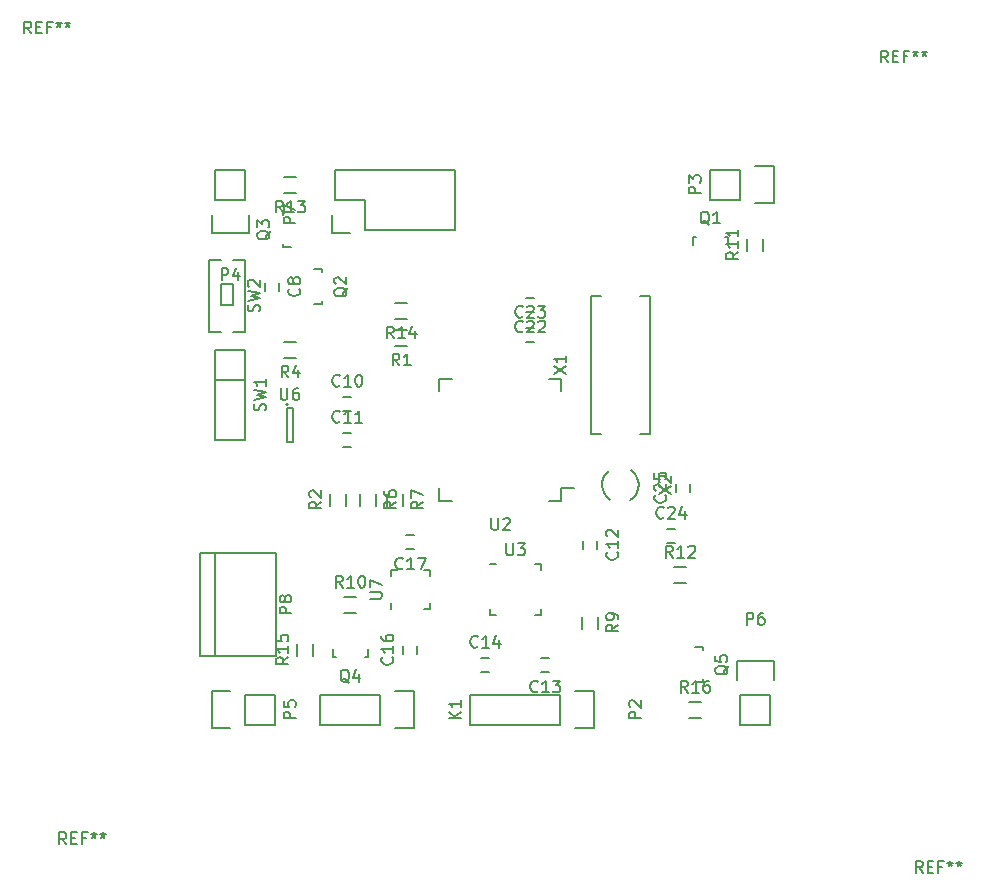
<source format=gto>
G04 #@! TF.FileFunction,Legend,Top*
%FSLAX46Y46*%
G04 Gerber Fmt 4.6, Leading zero omitted, Abs format (unit mm)*
G04 Created by KiCad (PCBNEW 4.0.2+dfsg1-stable) date 2016年07月17日 星期日 15时22分32秒*
%MOMM*%
G01*
G04 APERTURE LIST*
%ADD10C,0.100000*%
%ADD11C,0.150000*%
G04 APERTURE END LIST*
D10*
D11*
X118202000Y-79710800D02*
X118202000Y-80410800D01*
X117002000Y-80410800D02*
X117002000Y-79710800D01*
X123602000Y-89366800D02*
X124302000Y-89366800D01*
X124302000Y-90566800D02*
X123602000Y-90566800D01*
X123602000Y-92414800D02*
X124302000Y-92414800D01*
X124302000Y-93614800D02*
X123602000Y-93614800D01*
X145126000Y-101554800D02*
X145126000Y-102254800D01*
X143926000Y-102254800D02*
X143926000Y-101554800D01*
X141066000Y-112664800D02*
X140366000Y-112664800D01*
X140366000Y-111464800D02*
X141066000Y-111464800D01*
X135286000Y-111464800D02*
X135986000Y-111464800D01*
X135986000Y-112664800D02*
X135286000Y-112664800D01*
X128686000Y-111144800D02*
X128686000Y-110444800D01*
X129886000Y-110444800D02*
X129886000Y-111144800D01*
X129636000Y-102250800D02*
X128936000Y-102250800D01*
X128936000Y-101050800D02*
X129636000Y-101050800D01*
X139796000Y-82184800D02*
X139096000Y-82184800D01*
X139096000Y-80984800D02*
X139796000Y-80984800D01*
X139096000Y-83524800D02*
X139796000Y-83524800D01*
X139796000Y-84724800D02*
X139096000Y-84724800D01*
X151034000Y-100542800D02*
X151734000Y-100542800D01*
X151734000Y-101742800D02*
X151034000Y-101742800D01*
X151800000Y-97428800D02*
X151800000Y-96728800D01*
X153000000Y-96728800D02*
X153000000Y-97428800D01*
X141986000Y-114604800D02*
X134366000Y-114604800D01*
X141986000Y-117144800D02*
X134366000Y-117144800D01*
X144806000Y-117424800D02*
X143256000Y-117424800D01*
X134366000Y-114604800D02*
X134366000Y-117144800D01*
X141986000Y-117144800D02*
X141986000Y-114604800D01*
X143256000Y-114324800D02*
X144806000Y-114324800D01*
X144806000Y-114324800D02*
X144806000Y-117424800D01*
X157226000Y-72694800D02*
X154686000Y-72694800D01*
X160046000Y-72974800D02*
X158496000Y-72974800D01*
X157226000Y-72694800D02*
X157226000Y-70154800D01*
X158496000Y-69874800D02*
X160046000Y-69874800D01*
X160046000Y-69874800D02*
X160046000Y-72974800D01*
X157226000Y-70154800D02*
X154686000Y-70154800D01*
X154686000Y-70154800D02*
X154686000Y-72694800D01*
X112776000Y-72694800D02*
X112776000Y-70154800D01*
X112496000Y-75514800D02*
X112496000Y-73964800D01*
X112776000Y-72694800D02*
X115316000Y-72694800D01*
X115596000Y-73964800D02*
X115596000Y-75514800D01*
X115596000Y-75514800D02*
X112496000Y-75514800D01*
X115316000Y-72694800D02*
X115316000Y-70154800D01*
X115316000Y-70154800D02*
X112776000Y-70154800D01*
X115316000Y-114604800D02*
X117856000Y-114604800D01*
X112496000Y-114324800D02*
X114046000Y-114324800D01*
X115316000Y-114604800D02*
X115316000Y-117144800D01*
X114046000Y-117424800D02*
X112496000Y-117424800D01*
X112496000Y-117424800D02*
X112496000Y-114324800D01*
X115316000Y-117144800D02*
X117856000Y-117144800D01*
X117856000Y-117144800D02*
X117856000Y-114604800D01*
X159766000Y-114604800D02*
X159766000Y-117144800D01*
X160046000Y-111784800D02*
X160046000Y-113334800D01*
X159766000Y-114604800D02*
X157226000Y-114604800D01*
X156946000Y-113334800D02*
X156946000Y-111784800D01*
X156946000Y-111784800D02*
X160046000Y-111784800D01*
X157226000Y-114604800D02*
X157226000Y-117144800D01*
X157226000Y-117144800D02*
X159766000Y-117144800D01*
X155985160Y-75854560D02*
X155936900Y-75854560D01*
X153186180Y-76555600D02*
X153186180Y-75854560D01*
X153186180Y-75854560D02*
X153435100Y-75854560D01*
X155985160Y-75854560D02*
X156185820Y-75854560D01*
X156185820Y-75854560D02*
X156185820Y-76555600D01*
X121808240Y-81359960D02*
X121808240Y-81311700D01*
X121107200Y-78560980D02*
X121808240Y-78560980D01*
X121808240Y-78560980D02*
X121808240Y-78809900D01*
X121808240Y-81359960D02*
X121808240Y-81560620D01*
X121808240Y-81560620D02*
X121107200Y-81560620D01*
X118475760Y-73935640D02*
X118475760Y-73983900D01*
X119176800Y-76734620D02*
X118475760Y-76734620D01*
X118475760Y-76734620D02*
X118475760Y-76485700D01*
X118475760Y-73935640D02*
X118475760Y-73734980D01*
X118475760Y-73734980D02*
X119176800Y-73734980D01*
X122906840Y-111445040D02*
X122955100Y-111445040D01*
X125705820Y-110744000D02*
X125705820Y-111445040D01*
X125705820Y-111445040D02*
X125456900Y-111445040D01*
X122906840Y-111445040D02*
X122706180Y-111445040D01*
X122706180Y-111445040D02*
X122706180Y-110744000D01*
X154066240Y-113363960D02*
X154066240Y-113315700D01*
X153365200Y-110564980D02*
X154066240Y-110564980D01*
X154066240Y-110564980D02*
X154066240Y-110813900D01*
X154066240Y-113363960D02*
X154066240Y-113564620D01*
X154066240Y-113564620D02*
X153365200Y-113564620D01*
X128024000Y-83703800D02*
X129024000Y-83703800D01*
X129024000Y-85053800D02*
X128024000Y-85053800D01*
X123865000Y-97594800D02*
X123865000Y-98594800D01*
X122515000Y-98594800D02*
X122515000Y-97594800D01*
X118626000Y-84719800D02*
X119626000Y-84719800D01*
X119626000Y-86069800D02*
X118626000Y-86069800D01*
X125055000Y-98594800D02*
X125055000Y-97594800D01*
X126405000Y-97594800D02*
X126405000Y-98594800D01*
X127341000Y-98594800D02*
X127341000Y-97594800D01*
X128691000Y-97594800D02*
X128691000Y-98594800D01*
X143851000Y-109008800D02*
X143851000Y-108008800D01*
X145201000Y-108008800D02*
X145201000Y-109008800D01*
X124706000Y-107659800D02*
X123706000Y-107659800D01*
X123706000Y-106309800D02*
X124706000Y-106309800D01*
X159171000Y-76004800D02*
X159171000Y-77004800D01*
X157821000Y-77004800D02*
X157821000Y-76004800D01*
X152646000Y-105119800D02*
X151646000Y-105119800D01*
X151646000Y-103769800D02*
X152646000Y-103769800D01*
X118626000Y-70749800D02*
X119626000Y-70749800D01*
X119626000Y-72099800D02*
X118626000Y-72099800D01*
X128024000Y-81417800D02*
X129024000Y-81417800D01*
X129024000Y-82767800D02*
X128024000Y-82767800D01*
X121071000Y-110294800D02*
X121071000Y-111294800D01*
X119721000Y-111294800D02*
X119721000Y-110294800D01*
X153916000Y-116549800D02*
X152916000Y-116549800D01*
X152916000Y-115199800D02*
X153916000Y-115199800D01*
X142081000Y-98189800D02*
X142081000Y-97114800D01*
X131731000Y-98189800D02*
X131731000Y-97114800D01*
X131731000Y-87839800D02*
X131731000Y-88914800D01*
X142081000Y-87839800D02*
X142081000Y-88914800D01*
X142081000Y-98189800D02*
X141006000Y-98189800D01*
X142081000Y-87839800D02*
X141006000Y-87839800D01*
X131731000Y-87839800D02*
X132806000Y-87839800D01*
X131731000Y-98189800D02*
X132806000Y-98189800D01*
X142081000Y-97114800D02*
X143106000Y-97114800D01*
X140326000Y-103564800D02*
X140326000Y-104089800D01*
X136026000Y-107864800D02*
X136026000Y-107339800D01*
X140326000Y-107864800D02*
X140326000Y-107339800D01*
X136026000Y-103564800D02*
X136551000Y-103564800D01*
X136026000Y-107864800D02*
X136551000Y-107864800D01*
X140326000Y-107864800D02*
X139801000Y-107864800D01*
X140326000Y-103564800D02*
X139801000Y-103564800D01*
X118926000Y-90044800D02*
G75*
G03X118926000Y-90044800I-100000J0D01*
G01*
X119376000Y-90294800D02*
X118876000Y-90294800D01*
X119376000Y-93194800D02*
X119376000Y-90294800D01*
X118876000Y-93194800D02*
X119376000Y-93194800D01*
X118876000Y-90294800D02*
X118876000Y-93194800D01*
X127661000Y-104089800D02*
X128161000Y-104089800D01*
X130911000Y-107339800D02*
X130411000Y-107339800D01*
X130911000Y-104089800D02*
X130411000Y-104089800D01*
X127661000Y-107339800D02*
X127661000Y-106839800D01*
X130911000Y-107339800D02*
X130911000Y-106839800D01*
X130911000Y-104089800D02*
X130911000Y-104589800D01*
X127661000Y-104089800D02*
X127661000Y-104589800D01*
X149565360Y-92514420D02*
X149565360Y-80815180D01*
X144566640Y-80815180D02*
X144566640Y-92514420D01*
X149565360Y-80815180D02*
X148717000Y-80815180D01*
X144566640Y-80815180D02*
X145415000Y-80815180D01*
X149565360Y-92514420D02*
X148717000Y-92514420D01*
X144566640Y-92514420D02*
X145415000Y-92514420D01*
X146166840Y-98125280D02*
X145915380Y-97873820D01*
X145915380Y-97873820D02*
X145666460Y-97525840D01*
X145666460Y-97525840D02*
X145516600Y-96974660D01*
X145516600Y-96974660D02*
X145516600Y-96575880D01*
X145516600Y-96575880D02*
X145717260Y-96075500D01*
X145717260Y-96075500D02*
X146065240Y-95674180D01*
X147916900Y-98125280D02*
X148115020Y-97975420D01*
X148115020Y-97975420D02*
X148366480Y-97675700D01*
X148366480Y-97675700D02*
X148567140Y-97223580D01*
X148567140Y-97223580D02*
X148615400Y-96774000D01*
X148615400Y-96774000D02*
X148516340Y-96273620D01*
X148516340Y-96273620D02*
X148315680Y-95925640D01*
X148315680Y-95925640D02*
X147965160Y-95575120D01*
X126746000Y-114604800D02*
X121666000Y-114604800D01*
X121666000Y-114604800D02*
X121666000Y-117144800D01*
X121666000Y-117144800D02*
X126746000Y-117144800D01*
X129566000Y-117424800D02*
X128016000Y-117424800D01*
X126746000Y-117144800D02*
X126746000Y-114604800D01*
X128016000Y-114324800D02*
X129566000Y-114324800D01*
X129566000Y-114324800D02*
X129566000Y-117424800D01*
X113792000Y-79806800D02*
X114300000Y-79806800D01*
X114300000Y-79806800D02*
X114300000Y-81584800D01*
X114300000Y-81584800D02*
X113284000Y-81584800D01*
X113284000Y-81584800D02*
X113284000Y-79806800D01*
X113284000Y-79806800D02*
X113792000Y-79806800D01*
X113284000Y-83870800D02*
X112268000Y-83870800D01*
X112268000Y-83870800D02*
X112268000Y-77774800D01*
X112268000Y-77774800D02*
X113284000Y-77774800D01*
X114300000Y-77774800D02*
X115316000Y-77774800D01*
X115316000Y-77774800D02*
X115316000Y-83616800D01*
X115316000Y-83616800D02*
X115316000Y-83870800D01*
X115316000Y-83870800D02*
X114300000Y-83870800D01*
X112776000Y-85394800D02*
X115316000Y-85394800D01*
X115316000Y-85394800D02*
X115316000Y-93014800D01*
X115316000Y-93014800D02*
X112776000Y-93014800D01*
X112776000Y-93014800D02*
X112776000Y-85394800D01*
X115316000Y-87934800D02*
X112776000Y-87934800D01*
X125476000Y-75234800D02*
X133096000Y-75234800D01*
X133096000Y-75234800D02*
X133096000Y-70154800D01*
X133096000Y-70154800D02*
X122936000Y-70154800D01*
X122936000Y-70154800D02*
X122936000Y-72694800D01*
X122656000Y-73964800D02*
X122656000Y-75514800D01*
X122936000Y-72694800D02*
X125476000Y-72694800D01*
X125476000Y-72694800D02*
X125476000Y-75234800D01*
X122656000Y-75514800D02*
X124206000Y-75514800D01*
X111498540Y-102633900D02*
X111498540Y-111333900D01*
X117903540Y-102633900D02*
X117903540Y-111333900D01*
X117903540Y-111333900D02*
X111498540Y-111333900D01*
X112728540Y-111333900D02*
X112728540Y-102633900D01*
X111498540Y-102633900D02*
X117903540Y-102633900D01*
X172669367Y-129687581D02*
X172336033Y-129211390D01*
X172097938Y-129687581D02*
X172097938Y-128687581D01*
X172478891Y-128687581D01*
X172574129Y-128735200D01*
X172621748Y-128782819D01*
X172669367Y-128878057D01*
X172669367Y-129020914D01*
X172621748Y-129116152D01*
X172574129Y-129163771D01*
X172478891Y-129211390D01*
X172097938Y-129211390D01*
X173097938Y-129163771D02*
X173431272Y-129163771D01*
X173574129Y-129687581D02*
X173097938Y-129687581D01*
X173097938Y-128687581D01*
X173574129Y-128687581D01*
X174336034Y-129163771D02*
X174002700Y-129163771D01*
X174002700Y-129687581D02*
X174002700Y-128687581D01*
X174478891Y-128687581D01*
X175002700Y-128687581D02*
X175002700Y-128925676D01*
X174764605Y-128830438D02*
X175002700Y-128925676D01*
X175240796Y-128830438D01*
X174859843Y-129116152D02*
X175002700Y-128925676D01*
X175145558Y-129116152D01*
X175764605Y-128687581D02*
X175764605Y-128925676D01*
X175526510Y-128830438D02*
X175764605Y-128925676D01*
X176002701Y-128830438D01*
X175621748Y-129116152D02*
X175764605Y-128925676D01*
X175907463Y-129116152D01*
X100152367Y-127274581D02*
X99819033Y-126798390D01*
X99580938Y-127274581D02*
X99580938Y-126274581D01*
X99961891Y-126274581D01*
X100057129Y-126322200D01*
X100104748Y-126369819D01*
X100152367Y-126465057D01*
X100152367Y-126607914D01*
X100104748Y-126703152D01*
X100057129Y-126750771D01*
X99961891Y-126798390D01*
X99580938Y-126798390D01*
X100580938Y-126750771D02*
X100914272Y-126750771D01*
X101057129Y-127274581D02*
X100580938Y-127274581D01*
X100580938Y-126274581D01*
X101057129Y-126274581D01*
X101819034Y-126750771D02*
X101485700Y-126750771D01*
X101485700Y-127274581D02*
X101485700Y-126274581D01*
X101961891Y-126274581D01*
X102485700Y-126274581D02*
X102485700Y-126512676D01*
X102247605Y-126417438D02*
X102485700Y-126512676D01*
X102723796Y-126417438D01*
X102342843Y-126703152D02*
X102485700Y-126512676D01*
X102628558Y-126703152D01*
X103247605Y-126274581D02*
X103247605Y-126512676D01*
X103009510Y-126417438D02*
X103247605Y-126512676D01*
X103485701Y-126417438D01*
X103104748Y-126703152D02*
X103247605Y-126512676D01*
X103390463Y-126703152D01*
X169710267Y-61082181D02*
X169376933Y-60605990D01*
X169138838Y-61082181D02*
X169138838Y-60082181D01*
X169519791Y-60082181D01*
X169615029Y-60129800D01*
X169662648Y-60177419D01*
X169710267Y-60272657D01*
X169710267Y-60415514D01*
X169662648Y-60510752D01*
X169615029Y-60558371D01*
X169519791Y-60605990D01*
X169138838Y-60605990D01*
X170138838Y-60558371D02*
X170472172Y-60558371D01*
X170615029Y-61082181D02*
X170138838Y-61082181D01*
X170138838Y-60082181D01*
X170615029Y-60082181D01*
X171376934Y-60558371D02*
X171043600Y-60558371D01*
X171043600Y-61082181D02*
X171043600Y-60082181D01*
X171519791Y-60082181D01*
X172043600Y-60082181D02*
X172043600Y-60320276D01*
X171805505Y-60225038D02*
X172043600Y-60320276D01*
X172281696Y-60225038D01*
X171900743Y-60510752D02*
X172043600Y-60320276D01*
X172186458Y-60510752D01*
X172805505Y-60082181D02*
X172805505Y-60320276D01*
X172567410Y-60225038D02*
X172805505Y-60320276D01*
X173043601Y-60225038D01*
X172662648Y-60510752D02*
X172805505Y-60320276D01*
X172948363Y-60510752D01*
X119859143Y-80227466D02*
X119906762Y-80275085D01*
X119954381Y-80417942D01*
X119954381Y-80513180D01*
X119906762Y-80656038D01*
X119811524Y-80751276D01*
X119716286Y-80798895D01*
X119525810Y-80846514D01*
X119382952Y-80846514D01*
X119192476Y-80798895D01*
X119097238Y-80751276D01*
X119002000Y-80656038D01*
X118954381Y-80513180D01*
X118954381Y-80417942D01*
X119002000Y-80275085D01*
X119049619Y-80227466D01*
X119382952Y-79656038D02*
X119335333Y-79751276D01*
X119287714Y-79798895D01*
X119192476Y-79846514D01*
X119144857Y-79846514D01*
X119049619Y-79798895D01*
X119002000Y-79751276D01*
X118954381Y-79656038D01*
X118954381Y-79465561D01*
X119002000Y-79370323D01*
X119049619Y-79322704D01*
X119144857Y-79275085D01*
X119192476Y-79275085D01*
X119287714Y-79322704D01*
X119335333Y-79370323D01*
X119382952Y-79465561D01*
X119382952Y-79656038D01*
X119430571Y-79751276D01*
X119478190Y-79798895D01*
X119573429Y-79846514D01*
X119763905Y-79846514D01*
X119859143Y-79798895D01*
X119906762Y-79751276D01*
X119954381Y-79656038D01*
X119954381Y-79465561D01*
X119906762Y-79370323D01*
X119859143Y-79322704D01*
X119763905Y-79275085D01*
X119573429Y-79275085D01*
X119478190Y-79322704D01*
X119430571Y-79370323D01*
X119382952Y-79465561D01*
X123309143Y-88423943D02*
X123261524Y-88471562D01*
X123118667Y-88519181D01*
X123023429Y-88519181D01*
X122880571Y-88471562D01*
X122785333Y-88376324D01*
X122737714Y-88281086D01*
X122690095Y-88090610D01*
X122690095Y-87947752D01*
X122737714Y-87757276D01*
X122785333Y-87662038D01*
X122880571Y-87566800D01*
X123023429Y-87519181D01*
X123118667Y-87519181D01*
X123261524Y-87566800D01*
X123309143Y-87614419D01*
X124261524Y-88519181D02*
X123690095Y-88519181D01*
X123975809Y-88519181D02*
X123975809Y-87519181D01*
X123880571Y-87662038D01*
X123785333Y-87757276D01*
X123690095Y-87804895D01*
X124880571Y-87519181D02*
X124975810Y-87519181D01*
X125071048Y-87566800D01*
X125118667Y-87614419D01*
X125166286Y-87709657D01*
X125213905Y-87900133D01*
X125213905Y-88138229D01*
X125166286Y-88328705D01*
X125118667Y-88423943D01*
X125071048Y-88471562D01*
X124975810Y-88519181D01*
X124880571Y-88519181D01*
X124785333Y-88471562D01*
X124737714Y-88423943D01*
X124690095Y-88328705D01*
X124642476Y-88138229D01*
X124642476Y-87900133D01*
X124690095Y-87709657D01*
X124737714Y-87614419D01*
X124785333Y-87566800D01*
X124880571Y-87519181D01*
X123309143Y-91471943D02*
X123261524Y-91519562D01*
X123118667Y-91567181D01*
X123023429Y-91567181D01*
X122880571Y-91519562D01*
X122785333Y-91424324D01*
X122737714Y-91329086D01*
X122690095Y-91138610D01*
X122690095Y-90995752D01*
X122737714Y-90805276D01*
X122785333Y-90710038D01*
X122880571Y-90614800D01*
X123023429Y-90567181D01*
X123118667Y-90567181D01*
X123261524Y-90614800D01*
X123309143Y-90662419D01*
X124261524Y-91567181D02*
X123690095Y-91567181D01*
X123975809Y-91567181D02*
X123975809Y-90567181D01*
X123880571Y-90710038D01*
X123785333Y-90805276D01*
X123690095Y-90852895D01*
X125213905Y-91567181D02*
X124642476Y-91567181D01*
X124928190Y-91567181D02*
X124928190Y-90567181D01*
X124832952Y-90710038D01*
X124737714Y-90805276D01*
X124642476Y-90852895D01*
X146783143Y-102547657D02*
X146830762Y-102595276D01*
X146878381Y-102738133D01*
X146878381Y-102833371D01*
X146830762Y-102976229D01*
X146735524Y-103071467D01*
X146640286Y-103119086D01*
X146449810Y-103166705D01*
X146306952Y-103166705D01*
X146116476Y-103119086D01*
X146021238Y-103071467D01*
X145926000Y-102976229D01*
X145878381Y-102833371D01*
X145878381Y-102738133D01*
X145926000Y-102595276D01*
X145973619Y-102547657D01*
X146878381Y-101595276D02*
X146878381Y-102166705D01*
X146878381Y-101880991D02*
X145878381Y-101880991D01*
X146021238Y-101976229D01*
X146116476Y-102071467D01*
X146164095Y-102166705D01*
X145973619Y-101214324D02*
X145926000Y-101166705D01*
X145878381Y-101071467D01*
X145878381Y-100833371D01*
X145926000Y-100738133D01*
X145973619Y-100690514D01*
X146068857Y-100642895D01*
X146164095Y-100642895D01*
X146306952Y-100690514D01*
X146878381Y-101261943D01*
X146878381Y-100642895D01*
X140073143Y-114321943D02*
X140025524Y-114369562D01*
X139882667Y-114417181D01*
X139787429Y-114417181D01*
X139644571Y-114369562D01*
X139549333Y-114274324D01*
X139501714Y-114179086D01*
X139454095Y-113988610D01*
X139454095Y-113845752D01*
X139501714Y-113655276D01*
X139549333Y-113560038D01*
X139644571Y-113464800D01*
X139787429Y-113417181D01*
X139882667Y-113417181D01*
X140025524Y-113464800D01*
X140073143Y-113512419D01*
X141025524Y-114417181D02*
X140454095Y-114417181D01*
X140739809Y-114417181D02*
X140739809Y-113417181D01*
X140644571Y-113560038D01*
X140549333Y-113655276D01*
X140454095Y-113702895D01*
X141358857Y-113417181D02*
X141977905Y-113417181D01*
X141644571Y-113798133D01*
X141787429Y-113798133D01*
X141882667Y-113845752D01*
X141930286Y-113893371D01*
X141977905Y-113988610D01*
X141977905Y-114226705D01*
X141930286Y-114321943D01*
X141882667Y-114369562D01*
X141787429Y-114417181D01*
X141501714Y-114417181D01*
X141406476Y-114369562D01*
X141358857Y-114321943D01*
X134993143Y-110521943D02*
X134945524Y-110569562D01*
X134802667Y-110617181D01*
X134707429Y-110617181D01*
X134564571Y-110569562D01*
X134469333Y-110474324D01*
X134421714Y-110379086D01*
X134374095Y-110188610D01*
X134374095Y-110045752D01*
X134421714Y-109855276D01*
X134469333Y-109760038D01*
X134564571Y-109664800D01*
X134707429Y-109617181D01*
X134802667Y-109617181D01*
X134945524Y-109664800D01*
X134993143Y-109712419D01*
X135945524Y-110617181D02*
X135374095Y-110617181D01*
X135659809Y-110617181D02*
X135659809Y-109617181D01*
X135564571Y-109760038D01*
X135469333Y-109855276D01*
X135374095Y-109902895D01*
X136802667Y-109950514D02*
X136802667Y-110617181D01*
X136564571Y-109569562D02*
X136326476Y-110283848D01*
X136945524Y-110283848D01*
X127743143Y-111437657D02*
X127790762Y-111485276D01*
X127838381Y-111628133D01*
X127838381Y-111723371D01*
X127790762Y-111866229D01*
X127695524Y-111961467D01*
X127600286Y-112009086D01*
X127409810Y-112056705D01*
X127266952Y-112056705D01*
X127076476Y-112009086D01*
X126981238Y-111961467D01*
X126886000Y-111866229D01*
X126838381Y-111723371D01*
X126838381Y-111628133D01*
X126886000Y-111485276D01*
X126933619Y-111437657D01*
X127838381Y-110485276D02*
X127838381Y-111056705D01*
X127838381Y-110770991D02*
X126838381Y-110770991D01*
X126981238Y-110866229D01*
X127076476Y-110961467D01*
X127124095Y-111056705D01*
X126838381Y-109628133D02*
X126838381Y-109818610D01*
X126886000Y-109913848D01*
X126933619Y-109961467D01*
X127076476Y-110056705D01*
X127266952Y-110104324D01*
X127647905Y-110104324D01*
X127743143Y-110056705D01*
X127790762Y-110009086D01*
X127838381Y-109913848D01*
X127838381Y-109723371D01*
X127790762Y-109628133D01*
X127743143Y-109580514D01*
X127647905Y-109532895D01*
X127409810Y-109532895D01*
X127314571Y-109580514D01*
X127266952Y-109628133D01*
X127219333Y-109723371D01*
X127219333Y-109913848D01*
X127266952Y-110009086D01*
X127314571Y-110056705D01*
X127409810Y-110104324D01*
X128643143Y-103907943D02*
X128595524Y-103955562D01*
X128452667Y-104003181D01*
X128357429Y-104003181D01*
X128214571Y-103955562D01*
X128119333Y-103860324D01*
X128071714Y-103765086D01*
X128024095Y-103574610D01*
X128024095Y-103431752D01*
X128071714Y-103241276D01*
X128119333Y-103146038D01*
X128214571Y-103050800D01*
X128357429Y-103003181D01*
X128452667Y-103003181D01*
X128595524Y-103050800D01*
X128643143Y-103098419D01*
X129595524Y-104003181D02*
X129024095Y-104003181D01*
X129309809Y-104003181D02*
X129309809Y-103003181D01*
X129214571Y-103146038D01*
X129119333Y-103241276D01*
X129024095Y-103288895D01*
X129928857Y-103003181D02*
X130595524Y-103003181D01*
X130166952Y-104003181D01*
X138803143Y-83841943D02*
X138755524Y-83889562D01*
X138612667Y-83937181D01*
X138517429Y-83937181D01*
X138374571Y-83889562D01*
X138279333Y-83794324D01*
X138231714Y-83699086D01*
X138184095Y-83508610D01*
X138184095Y-83365752D01*
X138231714Y-83175276D01*
X138279333Y-83080038D01*
X138374571Y-82984800D01*
X138517429Y-82937181D01*
X138612667Y-82937181D01*
X138755524Y-82984800D01*
X138803143Y-83032419D01*
X139184095Y-83032419D02*
X139231714Y-82984800D01*
X139326952Y-82937181D01*
X139565048Y-82937181D01*
X139660286Y-82984800D01*
X139707905Y-83032419D01*
X139755524Y-83127657D01*
X139755524Y-83222895D01*
X139707905Y-83365752D01*
X139136476Y-83937181D01*
X139755524Y-83937181D01*
X140136476Y-83032419D02*
X140184095Y-82984800D01*
X140279333Y-82937181D01*
X140517429Y-82937181D01*
X140612667Y-82984800D01*
X140660286Y-83032419D01*
X140707905Y-83127657D01*
X140707905Y-83222895D01*
X140660286Y-83365752D01*
X140088857Y-83937181D01*
X140707905Y-83937181D01*
X138803143Y-82581943D02*
X138755524Y-82629562D01*
X138612667Y-82677181D01*
X138517429Y-82677181D01*
X138374571Y-82629562D01*
X138279333Y-82534324D01*
X138231714Y-82439086D01*
X138184095Y-82248610D01*
X138184095Y-82105752D01*
X138231714Y-81915276D01*
X138279333Y-81820038D01*
X138374571Y-81724800D01*
X138517429Y-81677181D01*
X138612667Y-81677181D01*
X138755524Y-81724800D01*
X138803143Y-81772419D01*
X139184095Y-81772419D02*
X139231714Y-81724800D01*
X139326952Y-81677181D01*
X139565048Y-81677181D01*
X139660286Y-81724800D01*
X139707905Y-81772419D01*
X139755524Y-81867657D01*
X139755524Y-81962895D01*
X139707905Y-82105752D01*
X139136476Y-82677181D01*
X139755524Y-82677181D01*
X140088857Y-81677181D02*
X140707905Y-81677181D01*
X140374571Y-82058133D01*
X140517429Y-82058133D01*
X140612667Y-82105752D01*
X140660286Y-82153371D01*
X140707905Y-82248610D01*
X140707905Y-82486705D01*
X140660286Y-82581943D01*
X140612667Y-82629562D01*
X140517429Y-82677181D01*
X140231714Y-82677181D01*
X140136476Y-82629562D01*
X140088857Y-82581943D01*
X150741143Y-99599943D02*
X150693524Y-99647562D01*
X150550667Y-99695181D01*
X150455429Y-99695181D01*
X150312571Y-99647562D01*
X150217333Y-99552324D01*
X150169714Y-99457086D01*
X150122095Y-99266610D01*
X150122095Y-99123752D01*
X150169714Y-98933276D01*
X150217333Y-98838038D01*
X150312571Y-98742800D01*
X150455429Y-98695181D01*
X150550667Y-98695181D01*
X150693524Y-98742800D01*
X150741143Y-98790419D01*
X151122095Y-98790419D02*
X151169714Y-98742800D01*
X151264952Y-98695181D01*
X151503048Y-98695181D01*
X151598286Y-98742800D01*
X151645905Y-98790419D01*
X151693524Y-98885657D01*
X151693524Y-98980895D01*
X151645905Y-99123752D01*
X151074476Y-99695181D01*
X151693524Y-99695181D01*
X152550667Y-99028514D02*
X152550667Y-99695181D01*
X152312571Y-98647562D02*
X152074476Y-99361848D01*
X152693524Y-99361848D01*
X150857143Y-97721657D02*
X150904762Y-97769276D01*
X150952381Y-97912133D01*
X150952381Y-98007371D01*
X150904762Y-98150229D01*
X150809524Y-98245467D01*
X150714286Y-98293086D01*
X150523810Y-98340705D01*
X150380952Y-98340705D01*
X150190476Y-98293086D01*
X150095238Y-98245467D01*
X150000000Y-98150229D01*
X149952381Y-98007371D01*
X149952381Y-97912133D01*
X150000000Y-97769276D01*
X150047619Y-97721657D01*
X150047619Y-97340705D02*
X150000000Y-97293086D01*
X149952381Y-97197848D01*
X149952381Y-96959752D01*
X150000000Y-96864514D01*
X150047619Y-96816895D01*
X150142857Y-96769276D01*
X150238095Y-96769276D01*
X150380952Y-96816895D01*
X150952381Y-97388324D01*
X150952381Y-96769276D01*
X149952381Y-95864514D02*
X149952381Y-96340705D01*
X150428571Y-96388324D01*
X150380952Y-96340705D01*
X150333333Y-96245467D01*
X150333333Y-96007371D01*
X150380952Y-95912133D01*
X150428571Y-95864514D01*
X150523810Y-95816895D01*
X150761905Y-95816895D01*
X150857143Y-95864514D01*
X150904762Y-95912133D01*
X150952381Y-96007371D01*
X150952381Y-96245467D01*
X150904762Y-96340705D01*
X150857143Y-96388324D01*
X148808381Y-116612895D02*
X147808381Y-116612895D01*
X147808381Y-116231942D01*
X147856000Y-116136704D01*
X147903619Y-116089085D01*
X147998857Y-116041466D01*
X148141714Y-116041466D01*
X148236952Y-116089085D01*
X148284571Y-116136704D01*
X148332190Y-116231942D01*
X148332190Y-116612895D01*
X147903619Y-115660514D02*
X147856000Y-115612895D01*
X147808381Y-115517657D01*
X147808381Y-115279561D01*
X147856000Y-115184323D01*
X147903619Y-115136704D01*
X147998857Y-115089085D01*
X148094095Y-115089085D01*
X148236952Y-115136704D01*
X148808381Y-115708133D01*
X148808381Y-115089085D01*
X153868381Y-72162895D02*
X152868381Y-72162895D01*
X152868381Y-71781942D01*
X152916000Y-71686704D01*
X152963619Y-71639085D01*
X153058857Y-71591466D01*
X153201714Y-71591466D01*
X153296952Y-71639085D01*
X153344571Y-71686704D01*
X153392190Y-71781942D01*
X153392190Y-72162895D01*
X152868381Y-71258133D02*
X152868381Y-70639085D01*
X153249333Y-70972419D01*
X153249333Y-70829561D01*
X153296952Y-70734323D01*
X153344571Y-70686704D01*
X153439810Y-70639085D01*
X153677905Y-70639085D01*
X153773143Y-70686704D01*
X153820762Y-70734323D01*
X153868381Y-70829561D01*
X153868381Y-71115276D01*
X153820762Y-71210514D01*
X153773143Y-71258133D01*
X113307905Y-79517181D02*
X113307905Y-78517181D01*
X113688858Y-78517181D01*
X113784096Y-78564800D01*
X113831715Y-78612419D01*
X113879334Y-78707657D01*
X113879334Y-78850514D01*
X113831715Y-78945752D01*
X113784096Y-78993371D01*
X113688858Y-79040990D01*
X113307905Y-79040990D01*
X114736477Y-78850514D02*
X114736477Y-79517181D01*
X114498381Y-78469562D02*
X114260286Y-79183848D01*
X114879334Y-79183848D01*
X119578381Y-116612895D02*
X118578381Y-116612895D01*
X118578381Y-116231942D01*
X118626000Y-116136704D01*
X118673619Y-116089085D01*
X118768857Y-116041466D01*
X118911714Y-116041466D01*
X119006952Y-116089085D01*
X119054571Y-116136704D01*
X119102190Y-116231942D01*
X119102190Y-116612895D01*
X118578381Y-115136704D02*
X118578381Y-115612895D01*
X119054571Y-115660514D01*
X119006952Y-115612895D01*
X118959333Y-115517657D01*
X118959333Y-115279561D01*
X119006952Y-115184323D01*
X119054571Y-115136704D01*
X119149810Y-115089085D01*
X119387905Y-115089085D01*
X119483143Y-115136704D01*
X119530762Y-115184323D01*
X119578381Y-115279561D01*
X119578381Y-115517657D01*
X119530762Y-115612895D01*
X119483143Y-115660514D01*
X157757905Y-108687181D02*
X157757905Y-107687181D01*
X158138858Y-107687181D01*
X158234096Y-107734800D01*
X158281715Y-107782419D01*
X158329334Y-107877657D01*
X158329334Y-108020514D01*
X158281715Y-108115752D01*
X158234096Y-108163371D01*
X158138858Y-108210990D01*
X157757905Y-108210990D01*
X159186477Y-107687181D02*
X158996000Y-107687181D01*
X158900762Y-107734800D01*
X158853143Y-107782419D01*
X158757905Y-107925276D01*
X158710286Y-108115752D01*
X158710286Y-108496705D01*
X158757905Y-108591943D01*
X158805524Y-108639562D01*
X158900762Y-108687181D01*
X159091239Y-108687181D01*
X159186477Y-108639562D01*
X159234096Y-108591943D01*
X159281715Y-108496705D01*
X159281715Y-108258610D01*
X159234096Y-108163371D01*
X159186477Y-108115752D01*
X159091239Y-108068133D01*
X158900762Y-108068133D01*
X158805524Y-108115752D01*
X158757905Y-108163371D01*
X158710286Y-108258610D01*
X154590762Y-74802419D02*
X154495524Y-74754800D01*
X154400286Y-74659562D01*
X154257429Y-74516705D01*
X154162190Y-74469086D01*
X154066952Y-74469086D01*
X154114571Y-74707181D02*
X154019333Y-74659562D01*
X153924095Y-74564324D01*
X153876476Y-74373848D01*
X153876476Y-74040514D01*
X153924095Y-73850038D01*
X154019333Y-73754800D01*
X154114571Y-73707181D01*
X154305048Y-73707181D01*
X154400286Y-73754800D01*
X154495524Y-73850038D01*
X154543143Y-74040514D01*
X154543143Y-74373848D01*
X154495524Y-74564324D01*
X154400286Y-74659562D01*
X154305048Y-74707181D01*
X154114571Y-74707181D01*
X155495524Y-74707181D02*
X154924095Y-74707181D01*
X155209809Y-74707181D02*
X155209809Y-73707181D01*
X155114571Y-73850038D01*
X155019333Y-73945276D01*
X154924095Y-73992895D01*
X123955619Y-80156038D02*
X123908000Y-80251276D01*
X123812762Y-80346514D01*
X123669905Y-80489371D01*
X123622286Y-80584610D01*
X123622286Y-80679848D01*
X123860381Y-80632229D02*
X123812762Y-80727467D01*
X123717524Y-80822705D01*
X123527048Y-80870324D01*
X123193714Y-80870324D01*
X123003238Y-80822705D01*
X122908000Y-80727467D01*
X122860381Y-80632229D01*
X122860381Y-80441752D01*
X122908000Y-80346514D01*
X123003238Y-80251276D01*
X123193714Y-80203657D01*
X123527048Y-80203657D01*
X123717524Y-80251276D01*
X123812762Y-80346514D01*
X123860381Y-80441752D01*
X123860381Y-80632229D01*
X122955619Y-79822705D02*
X122908000Y-79775086D01*
X122860381Y-79679848D01*
X122860381Y-79441752D01*
X122908000Y-79346514D01*
X122955619Y-79298895D01*
X123050857Y-79251276D01*
X123146095Y-79251276D01*
X123288952Y-79298895D01*
X123860381Y-79870324D01*
X123860381Y-79251276D01*
X117423619Y-75330038D02*
X117376000Y-75425276D01*
X117280762Y-75520514D01*
X117137905Y-75663371D01*
X117090286Y-75758610D01*
X117090286Y-75853848D01*
X117328381Y-75806229D02*
X117280762Y-75901467D01*
X117185524Y-75996705D01*
X116995048Y-76044324D01*
X116661714Y-76044324D01*
X116471238Y-75996705D01*
X116376000Y-75901467D01*
X116328381Y-75806229D01*
X116328381Y-75615752D01*
X116376000Y-75520514D01*
X116471238Y-75425276D01*
X116661714Y-75377657D01*
X116995048Y-75377657D01*
X117185524Y-75425276D01*
X117280762Y-75520514D01*
X117328381Y-75615752D01*
X117328381Y-75806229D01*
X116328381Y-75044324D02*
X116328381Y-74425276D01*
X116709333Y-74758610D01*
X116709333Y-74615752D01*
X116756952Y-74520514D01*
X116804571Y-74472895D01*
X116899810Y-74425276D01*
X117137905Y-74425276D01*
X117233143Y-74472895D01*
X117280762Y-74520514D01*
X117328381Y-74615752D01*
X117328381Y-74901467D01*
X117280762Y-74996705D01*
X117233143Y-75044324D01*
X124110762Y-113592419D02*
X124015524Y-113544800D01*
X123920286Y-113449562D01*
X123777429Y-113306705D01*
X123682190Y-113259086D01*
X123586952Y-113259086D01*
X123634571Y-113497181D02*
X123539333Y-113449562D01*
X123444095Y-113354324D01*
X123396476Y-113163848D01*
X123396476Y-112830514D01*
X123444095Y-112640038D01*
X123539333Y-112544800D01*
X123634571Y-112497181D01*
X123825048Y-112497181D01*
X123920286Y-112544800D01*
X124015524Y-112640038D01*
X124063143Y-112830514D01*
X124063143Y-113163848D01*
X124015524Y-113354324D01*
X123920286Y-113449562D01*
X123825048Y-113497181D01*
X123634571Y-113497181D01*
X124920286Y-112830514D02*
X124920286Y-113497181D01*
X124682190Y-112449562D02*
X124444095Y-113163848D01*
X125063143Y-113163848D01*
X156213619Y-112160038D02*
X156166000Y-112255276D01*
X156070762Y-112350514D01*
X155927905Y-112493371D01*
X155880286Y-112588610D01*
X155880286Y-112683848D01*
X156118381Y-112636229D02*
X156070762Y-112731467D01*
X155975524Y-112826705D01*
X155785048Y-112874324D01*
X155451714Y-112874324D01*
X155261238Y-112826705D01*
X155166000Y-112731467D01*
X155118381Y-112636229D01*
X155118381Y-112445752D01*
X155166000Y-112350514D01*
X155261238Y-112255276D01*
X155451714Y-112207657D01*
X155785048Y-112207657D01*
X155975524Y-112255276D01*
X156070762Y-112350514D01*
X156118381Y-112445752D01*
X156118381Y-112636229D01*
X155118381Y-111302895D02*
X155118381Y-111779086D01*
X155594571Y-111826705D01*
X155546952Y-111779086D01*
X155499333Y-111683848D01*
X155499333Y-111445752D01*
X155546952Y-111350514D01*
X155594571Y-111302895D01*
X155689810Y-111255276D01*
X155927905Y-111255276D01*
X156023143Y-111302895D01*
X156070762Y-111350514D01*
X156118381Y-111445752D01*
X156118381Y-111683848D01*
X156070762Y-111779086D01*
X156023143Y-111826705D01*
X128357334Y-86731181D02*
X128024000Y-86254990D01*
X127785905Y-86731181D02*
X127785905Y-85731181D01*
X128166858Y-85731181D01*
X128262096Y-85778800D01*
X128309715Y-85826419D01*
X128357334Y-85921657D01*
X128357334Y-86064514D01*
X128309715Y-86159752D01*
X128262096Y-86207371D01*
X128166858Y-86254990D01*
X127785905Y-86254990D01*
X129309715Y-86731181D02*
X128738286Y-86731181D01*
X129024000Y-86731181D02*
X129024000Y-85731181D01*
X128928762Y-85874038D01*
X128833524Y-85969276D01*
X128738286Y-86016895D01*
X121742381Y-98261466D02*
X121266190Y-98594800D01*
X121742381Y-98832895D02*
X120742381Y-98832895D01*
X120742381Y-98451942D01*
X120790000Y-98356704D01*
X120837619Y-98309085D01*
X120932857Y-98261466D01*
X121075714Y-98261466D01*
X121170952Y-98309085D01*
X121218571Y-98356704D01*
X121266190Y-98451942D01*
X121266190Y-98832895D01*
X120837619Y-97880514D02*
X120790000Y-97832895D01*
X120742381Y-97737657D01*
X120742381Y-97499561D01*
X120790000Y-97404323D01*
X120837619Y-97356704D01*
X120932857Y-97309085D01*
X121028095Y-97309085D01*
X121170952Y-97356704D01*
X121742381Y-97928133D01*
X121742381Y-97309085D01*
X118959334Y-87747181D02*
X118626000Y-87270990D01*
X118387905Y-87747181D02*
X118387905Y-86747181D01*
X118768858Y-86747181D01*
X118864096Y-86794800D01*
X118911715Y-86842419D01*
X118959334Y-86937657D01*
X118959334Y-87080514D01*
X118911715Y-87175752D01*
X118864096Y-87223371D01*
X118768858Y-87270990D01*
X118387905Y-87270990D01*
X119816477Y-87080514D02*
X119816477Y-87747181D01*
X119578381Y-86699562D02*
X119340286Y-87413848D01*
X119959334Y-87413848D01*
X128082381Y-98261466D02*
X127606190Y-98594800D01*
X128082381Y-98832895D02*
X127082381Y-98832895D01*
X127082381Y-98451942D01*
X127130000Y-98356704D01*
X127177619Y-98309085D01*
X127272857Y-98261466D01*
X127415714Y-98261466D01*
X127510952Y-98309085D01*
X127558571Y-98356704D01*
X127606190Y-98451942D01*
X127606190Y-98832895D01*
X127082381Y-97404323D02*
X127082381Y-97594800D01*
X127130000Y-97690038D01*
X127177619Y-97737657D01*
X127320476Y-97832895D01*
X127510952Y-97880514D01*
X127891905Y-97880514D01*
X127987143Y-97832895D01*
X128034762Y-97785276D01*
X128082381Y-97690038D01*
X128082381Y-97499561D01*
X128034762Y-97404323D01*
X127987143Y-97356704D01*
X127891905Y-97309085D01*
X127653810Y-97309085D01*
X127558571Y-97356704D01*
X127510952Y-97404323D01*
X127463333Y-97499561D01*
X127463333Y-97690038D01*
X127510952Y-97785276D01*
X127558571Y-97832895D01*
X127653810Y-97880514D01*
X130368381Y-98261466D02*
X129892190Y-98594800D01*
X130368381Y-98832895D02*
X129368381Y-98832895D01*
X129368381Y-98451942D01*
X129416000Y-98356704D01*
X129463619Y-98309085D01*
X129558857Y-98261466D01*
X129701714Y-98261466D01*
X129796952Y-98309085D01*
X129844571Y-98356704D01*
X129892190Y-98451942D01*
X129892190Y-98832895D01*
X129368381Y-97928133D02*
X129368381Y-97261466D01*
X130368381Y-97690038D01*
X146878381Y-108675466D02*
X146402190Y-109008800D01*
X146878381Y-109246895D02*
X145878381Y-109246895D01*
X145878381Y-108865942D01*
X145926000Y-108770704D01*
X145973619Y-108723085D01*
X146068857Y-108675466D01*
X146211714Y-108675466D01*
X146306952Y-108723085D01*
X146354571Y-108770704D01*
X146402190Y-108865942D01*
X146402190Y-109246895D01*
X146878381Y-108199276D02*
X146878381Y-108008800D01*
X146830762Y-107913561D01*
X146783143Y-107865942D01*
X146640286Y-107770704D01*
X146449810Y-107723085D01*
X146068857Y-107723085D01*
X145973619Y-107770704D01*
X145926000Y-107818323D01*
X145878381Y-107913561D01*
X145878381Y-108104038D01*
X145926000Y-108199276D01*
X145973619Y-108246895D01*
X146068857Y-108294514D01*
X146306952Y-108294514D01*
X146402190Y-108246895D01*
X146449810Y-108199276D01*
X146497429Y-108104038D01*
X146497429Y-107913561D01*
X146449810Y-107818323D01*
X146402190Y-107770704D01*
X146306952Y-107723085D01*
X123563143Y-105537181D02*
X123229809Y-105060990D01*
X122991714Y-105537181D02*
X122991714Y-104537181D01*
X123372667Y-104537181D01*
X123467905Y-104584800D01*
X123515524Y-104632419D01*
X123563143Y-104727657D01*
X123563143Y-104870514D01*
X123515524Y-104965752D01*
X123467905Y-105013371D01*
X123372667Y-105060990D01*
X122991714Y-105060990D01*
X124515524Y-105537181D02*
X123944095Y-105537181D01*
X124229809Y-105537181D02*
X124229809Y-104537181D01*
X124134571Y-104680038D01*
X124039333Y-104775276D01*
X123944095Y-104822895D01*
X125134571Y-104537181D02*
X125229810Y-104537181D01*
X125325048Y-104584800D01*
X125372667Y-104632419D01*
X125420286Y-104727657D01*
X125467905Y-104918133D01*
X125467905Y-105156229D01*
X125420286Y-105346705D01*
X125372667Y-105441943D01*
X125325048Y-105489562D01*
X125229810Y-105537181D01*
X125134571Y-105537181D01*
X125039333Y-105489562D01*
X124991714Y-105441943D01*
X124944095Y-105346705D01*
X124896476Y-105156229D01*
X124896476Y-104918133D01*
X124944095Y-104727657D01*
X124991714Y-104632419D01*
X125039333Y-104584800D01*
X125134571Y-104537181D01*
X157048381Y-77147657D02*
X156572190Y-77480991D01*
X157048381Y-77719086D02*
X156048381Y-77719086D01*
X156048381Y-77338133D01*
X156096000Y-77242895D01*
X156143619Y-77195276D01*
X156238857Y-77147657D01*
X156381714Y-77147657D01*
X156476952Y-77195276D01*
X156524571Y-77242895D01*
X156572190Y-77338133D01*
X156572190Y-77719086D01*
X157048381Y-76195276D02*
X157048381Y-76766705D01*
X157048381Y-76480991D02*
X156048381Y-76480991D01*
X156191238Y-76576229D01*
X156286476Y-76671467D01*
X156334095Y-76766705D01*
X157048381Y-75242895D02*
X157048381Y-75814324D01*
X157048381Y-75528610D02*
X156048381Y-75528610D01*
X156191238Y-75623848D01*
X156286476Y-75719086D01*
X156334095Y-75814324D01*
X151503143Y-102997181D02*
X151169809Y-102520990D01*
X150931714Y-102997181D02*
X150931714Y-101997181D01*
X151312667Y-101997181D01*
X151407905Y-102044800D01*
X151455524Y-102092419D01*
X151503143Y-102187657D01*
X151503143Y-102330514D01*
X151455524Y-102425752D01*
X151407905Y-102473371D01*
X151312667Y-102520990D01*
X150931714Y-102520990D01*
X152455524Y-102997181D02*
X151884095Y-102997181D01*
X152169809Y-102997181D02*
X152169809Y-101997181D01*
X152074571Y-102140038D01*
X151979333Y-102235276D01*
X151884095Y-102282895D01*
X152836476Y-102092419D02*
X152884095Y-102044800D01*
X152979333Y-101997181D01*
X153217429Y-101997181D01*
X153312667Y-102044800D01*
X153360286Y-102092419D01*
X153407905Y-102187657D01*
X153407905Y-102282895D01*
X153360286Y-102425752D01*
X152788857Y-102997181D01*
X153407905Y-102997181D01*
X118483143Y-73777181D02*
X118149809Y-73300990D01*
X117911714Y-73777181D02*
X117911714Y-72777181D01*
X118292667Y-72777181D01*
X118387905Y-72824800D01*
X118435524Y-72872419D01*
X118483143Y-72967657D01*
X118483143Y-73110514D01*
X118435524Y-73205752D01*
X118387905Y-73253371D01*
X118292667Y-73300990D01*
X117911714Y-73300990D01*
X119435524Y-73777181D02*
X118864095Y-73777181D01*
X119149809Y-73777181D02*
X119149809Y-72777181D01*
X119054571Y-72920038D01*
X118959333Y-73015276D01*
X118864095Y-73062895D01*
X119768857Y-72777181D02*
X120387905Y-72777181D01*
X120054571Y-73158133D01*
X120197429Y-73158133D01*
X120292667Y-73205752D01*
X120340286Y-73253371D01*
X120387905Y-73348610D01*
X120387905Y-73586705D01*
X120340286Y-73681943D01*
X120292667Y-73729562D01*
X120197429Y-73777181D01*
X119911714Y-73777181D01*
X119816476Y-73729562D01*
X119768857Y-73681943D01*
X127881143Y-84445181D02*
X127547809Y-83968990D01*
X127309714Y-84445181D02*
X127309714Y-83445181D01*
X127690667Y-83445181D01*
X127785905Y-83492800D01*
X127833524Y-83540419D01*
X127881143Y-83635657D01*
X127881143Y-83778514D01*
X127833524Y-83873752D01*
X127785905Y-83921371D01*
X127690667Y-83968990D01*
X127309714Y-83968990D01*
X128833524Y-84445181D02*
X128262095Y-84445181D01*
X128547809Y-84445181D02*
X128547809Y-83445181D01*
X128452571Y-83588038D01*
X128357333Y-83683276D01*
X128262095Y-83730895D01*
X129690667Y-83778514D02*
X129690667Y-84445181D01*
X129452571Y-83397562D02*
X129214476Y-84111848D01*
X129833524Y-84111848D01*
X118948381Y-111437657D02*
X118472190Y-111770991D01*
X118948381Y-112009086D02*
X117948381Y-112009086D01*
X117948381Y-111628133D01*
X117996000Y-111532895D01*
X118043619Y-111485276D01*
X118138857Y-111437657D01*
X118281714Y-111437657D01*
X118376952Y-111485276D01*
X118424571Y-111532895D01*
X118472190Y-111628133D01*
X118472190Y-112009086D01*
X118948381Y-110485276D02*
X118948381Y-111056705D01*
X118948381Y-110770991D02*
X117948381Y-110770991D01*
X118091238Y-110866229D01*
X118186476Y-110961467D01*
X118234095Y-111056705D01*
X117948381Y-109580514D02*
X117948381Y-110056705D01*
X118424571Y-110104324D01*
X118376952Y-110056705D01*
X118329333Y-109961467D01*
X118329333Y-109723371D01*
X118376952Y-109628133D01*
X118424571Y-109580514D01*
X118519810Y-109532895D01*
X118757905Y-109532895D01*
X118853143Y-109580514D01*
X118900762Y-109628133D01*
X118948381Y-109723371D01*
X118948381Y-109961467D01*
X118900762Y-110056705D01*
X118853143Y-110104324D01*
X152773143Y-114427181D02*
X152439809Y-113950990D01*
X152201714Y-114427181D02*
X152201714Y-113427181D01*
X152582667Y-113427181D01*
X152677905Y-113474800D01*
X152725524Y-113522419D01*
X152773143Y-113617657D01*
X152773143Y-113760514D01*
X152725524Y-113855752D01*
X152677905Y-113903371D01*
X152582667Y-113950990D01*
X152201714Y-113950990D01*
X153725524Y-114427181D02*
X153154095Y-114427181D01*
X153439809Y-114427181D02*
X153439809Y-113427181D01*
X153344571Y-113570038D01*
X153249333Y-113665276D01*
X153154095Y-113712895D01*
X154582667Y-113427181D02*
X154392190Y-113427181D01*
X154296952Y-113474800D01*
X154249333Y-113522419D01*
X154154095Y-113665276D01*
X154106476Y-113855752D01*
X154106476Y-114236705D01*
X154154095Y-114331943D01*
X154201714Y-114379562D01*
X154296952Y-114427181D01*
X154487429Y-114427181D01*
X154582667Y-114379562D01*
X154630286Y-114331943D01*
X154677905Y-114236705D01*
X154677905Y-113998610D01*
X154630286Y-113903371D01*
X154582667Y-113855752D01*
X154487429Y-113808133D01*
X154296952Y-113808133D01*
X154201714Y-113855752D01*
X154154095Y-113903371D01*
X154106476Y-113998610D01*
X136144095Y-99667181D02*
X136144095Y-100476705D01*
X136191714Y-100571943D01*
X136239333Y-100619562D01*
X136334571Y-100667181D01*
X136525048Y-100667181D01*
X136620286Y-100619562D01*
X136667905Y-100571943D01*
X136715524Y-100476705D01*
X136715524Y-99667181D01*
X137144095Y-99762419D02*
X137191714Y-99714800D01*
X137286952Y-99667181D01*
X137525048Y-99667181D01*
X137620286Y-99714800D01*
X137667905Y-99762419D01*
X137715524Y-99857657D01*
X137715524Y-99952895D01*
X137667905Y-100095752D01*
X137096476Y-100667181D01*
X137715524Y-100667181D01*
X137414095Y-101792181D02*
X137414095Y-102601705D01*
X137461714Y-102696943D01*
X137509333Y-102744562D01*
X137604571Y-102792181D01*
X137795048Y-102792181D01*
X137890286Y-102744562D01*
X137937905Y-102696943D01*
X137985524Y-102601705D01*
X137985524Y-101792181D01*
X138366476Y-101792181D02*
X138985524Y-101792181D01*
X138652190Y-102173133D01*
X138795048Y-102173133D01*
X138890286Y-102220752D01*
X138937905Y-102268371D01*
X138985524Y-102363610D01*
X138985524Y-102601705D01*
X138937905Y-102696943D01*
X138890286Y-102744562D01*
X138795048Y-102792181D01*
X138509333Y-102792181D01*
X138414095Y-102744562D01*
X138366476Y-102696943D01*
X118314095Y-88647181D02*
X118314095Y-89456705D01*
X118361714Y-89551943D01*
X118409333Y-89599562D01*
X118504571Y-89647181D01*
X118695048Y-89647181D01*
X118790286Y-89599562D01*
X118837905Y-89551943D01*
X118885524Y-89456705D01*
X118885524Y-88647181D01*
X119790286Y-88647181D02*
X119599809Y-88647181D01*
X119504571Y-88694800D01*
X119456952Y-88742419D01*
X119361714Y-88885276D01*
X119314095Y-89075752D01*
X119314095Y-89456705D01*
X119361714Y-89551943D01*
X119409333Y-89599562D01*
X119504571Y-89647181D01*
X119695048Y-89647181D01*
X119790286Y-89599562D01*
X119837905Y-89551943D01*
X119885524Y-89456705D01*
X119885524Y-89218610D01*
X119837905Y-89123371D01*
X119790286Y-89075752D01*
X119695048Y-89028133D01*
X119504571Y-89028133D01*
X119409333Y-89075752D01*
X119361714Y-89123371D01*
X119314095Y-89218610D01*
X125888381Y-106476705D02*
X126697905Y-106476705D01*
X126793143Y-106429086D01*
X126840762Y-106381467D01*
X126888381Y-106286229D01*
X126888381Y-106095752D01*
X126840762Y-106000514D01*
X126793143Y-105952895D01*
X126697905Y-105905276D01*
X125888381Y-105905276D01*
X125888381Y-105524324D02*
X125888381Y-104857657D01*
X126888381Y-105286229D01*
X141438381Y-87474324D02*
X142438381Y-86807657D01*
X141438381Y-86807657D02*
X142438381Y-87474324D01*
X142438381Y-85902895D02*
X142438381Y-86474324D01*
X142438381Y-86188610D02*
X141438381Y-86188610D01*
X141581238Y-86283848D01*
X141676476Y-86379086D01*
X141724095Y-86474324D01*
X150328381Y-97634324D02*
X151328381Y-96967657D01*
X150328381Y-96967657D02*
X151328381Y-97634324D01*
X150423619Y-96634324D02*
X150376000Y-96586705D01*
X150328381Y-96491467D01*
X150328381Y-96253371D01*
X150376000Y-96158133D01*
X150423619Y-96110514D01*
X150518857Y-96062895D01*
X150614095Y-96062895D01*
X150756952Y-96110514D01*
X151328381Y-96681943D01*
X151328381Y-96062895D01*
X133568381Y-116612895D02*
X132568381Y-116612895D01*
X133568381Y-116041466D02*
X132996952Y-116470038D01*
X132568381Y-116041466D02*
X133139810Y-116612895D01*
X133568381Y-115089085D02*
X133568381Y-115660514D01*
X133568381Y-115374800D02*
X132568381Y-115374800D01*
X132711238Y-115470038D01*
X132806476Y-115565276D01*
X132854095Y-115660514D01*
X116482762Y-82156133D02*
X116530381Y-82013276D01*
X116530381Y-81775180D01*
X116482762Y-81679942D01*
X116435143Y-81632323D01*
X116339905Y-81584704D01*
X116244667Y-81584704D01*
X116149429Y-81632323D01*
X116101810Y-81679942D01*
X116054190Y-81775180D01*
X116006571Y-81965657D01*
X115958952Y-82060895D01*
X115911333Y-82108514D01*
X115816095Y-82156133D01*
X115720857Y-82156133D01*
X115625619Y-82108514D01*
X115578000Y-82060895D01*
X115530381Y-81965657D01*
X115530381Y-81727561D01*
X115578000Y-81584704D01*
X115530381Y-81251371D02*
X116530381Y-81013276D01*
X115816095Y-80822799D01*
X116530381Y-80632323D01*
X115530381Y-80394228D01*
X115625619Y-80060895D02*
X115578000Y-80013276D01*
X115530381Y-79918038D01*
X115530381Y-79679942D01*
X115578000Y-79584704D01*
X115625619Y-79537085D01*
X115720857Y-79489466D01*
X115816095Y-79489466D01*
X115958952Y-79537085D01*
X116530381Y-80108514D01*
X116530381Y-79489466D01*
X116990762Y-90538133D02*
X117038381Y-90395276D01*
X117038381Y-90157180D01*
X116990762Y-90061942D01*
X116943143Y-90014323D01*
X116847905Y-89966704D01*
X116752667Y-89966704D01*
X116657429Y-90014323D01*
X116609810Y-90061942D01*
X116562190Y-90157180D01*
X116514571Y-90347657D01*
X116466952Y-90442895D01*
X116419333Y-90490514D01*
X116324095Y-90538133D01*
X116228857Y-90538133D01*
X116133619Y-90490514D01*
X116086000Y-90442895D01*
X116038381Y-90347657D01*
X116038381Y-90109561D01*
X116086000Y-89966704D01*
X116038381Y-89633371D02*
X117038381Y-89395276D01*
X116324095Y-89204799D01*
X117038381Y-89014323D01*
X116038381Y-88776228D01*
X117038381Y-87871466D02*
X117038381Y-88442895D01*
X117038381Y-88157181D02*
X116038381Y-88157181D01*
X116181238Y-88252419D01*
X116276476Y-88347657D01*
X116324095Y-88442895D01*
X119558381Y-74702895D02*
X118558381Y-74702895D01*
X118558381Y-74321942D01*
X118606000Y-74226704D01*
X118653619Y-74179085D01*
X118748857Y-74131466D01*
X118891714Y-74131466D01*
X118986952Y-74179085D01*
X119034571Y-74226704D01*
X119082190Y-74321942D01*
X119082190Y-74702895D01*
X118558381Y-73798133D02*
X118558381Y-73131466D01*
X119558381Y-73560038D01*
X119218381Y-107722895D02*
X118218381Y-107722895D01*
X118218381Y-107341942D01*
X118266000Y-107246704D01*
X118313619Y-107199085D01*
X118408857Y-107151466D01*
X118551714Y-107151466D01*
X118646952Y-107199085D01*
X118694571Y-107246704D01*
X118742190Y-107341942D01*
X118742190Y-107722895D01*
X118646952Y-106580038D02*
X118599333Y-106675276D01*
X118551714Y-106722895D01*
X118456476Y-106770514D01*
X118408857Y-106770514D01*
X118313619Y-106722895D01*
X118266000Y-106675276D01*
X118218381Y-106580038D01*
X118218381Y-106389561D01*
X118266000Y-106294323D01*
X118313619Y-106246704D01*
X118408857Y-106199085D01*
X118456476Y-106199085D01*
X118551714Y-106246704D01*
X118599333Y-106294323D01*
X118646952Y-106389561D01*
X118646952Y-106580038D01*
X118694571Y-106675276D01*
X118742190Y-106722895D01*
X118837429Y-106770514D01*
X119027905Y-106770514D01*
X119123143Y-106722895D01*
X119170762Y-106675276D01*
X119218381Y-106580038D01*
X119218381Y-106389561D01*
X119170762Y-106294323D01*
X119123143Y-106246704D01*
X119027905Y-106199085D01*
X118837429Y-106199085D01*
X118742190Y-106246704D01*
X118694571Y-106294323D01*
X118646952Y-106389561D01*
X97180567Y-58618381D02*
X96847233Y-58142190D01*
X96609138Y-58618381D02*
X96609138Y-57618381D01*
X96990091Y-57618381D01*
X97085329Y-57666000D01*
X97132948Y-57713619D01*
X97180567Y-57808857D01*
X97180567Y-57951714D01*
X97132948Y-58046952D01*
X97085329Y-58094571D01*
X96990091Y-58142190D01*
X96609138Y-58142190D01*
X97609138Y-58094571D02*
X97942472Y-58094571D01*
X98085329Y-58618381D02*
X97609138Y-58618381D01*
X97609138Y-57618381D01*
X98085329Y-57618381D01*
X98847234Y-58094571D02*
X98513900Y-58094571D01*
X98513900Y-58618381D02*
X98513900Y-57618381D01*
X98990091Y-57618381D01*
X99513900Y-57618381D02*
X99513900Y-57856476D01*
X99275805Y-57761238D02*
X99513900Y-57856476D01*
X99751996Y-57761238D01*
X99371043Y-58046952D02*
X99513900Y-57856476D01*
X99656758Y-58046952D01*
X100275805Y-57618381D02*
X100275805Y-57856476D01*
X100037710Y-57761238D02*
X100275805Y-57856476D01*
X100513901Y-57761238D01*
X100132948Y-58046952D02*
X100275805Y-57856476D01*
X100418663Y-58046952D01*
M02*

</source>
